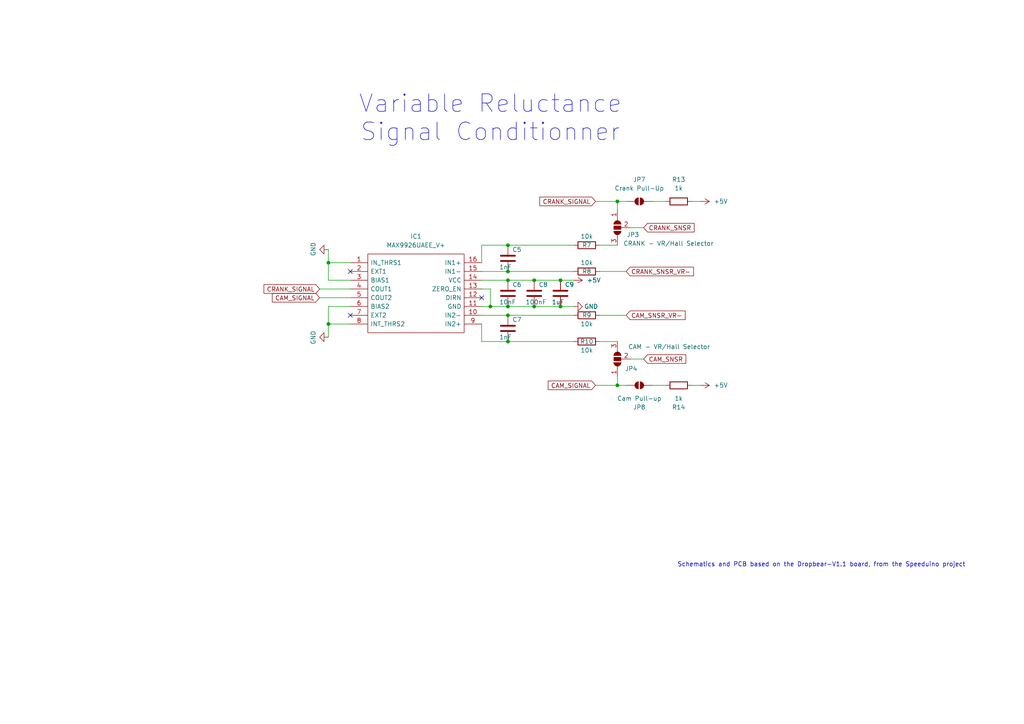
<source format=kicad_sch>
(kicad_sch (version 20231120) (generator "eeschema") (generator_version "8.0")
  (paper "A4")
  (lib_symbols
    (symbol "Device:C" (pin_numbers hide) (pin_names (offset 0.254))
      (property "Reference" "C" (at 0.635 2.54 0))
      (property "Value" "C" (at 0.635 -2.54 0))
      (symbol "C_0_1"
        (polyline (pts (xy -2.032 -0.762) (xy 2.032 -0.762)) (stroke (width 0.508)))
        (polyline (pts (xy -2.032 0.762) (xy 2.032 0.762)) (stroke (width 0.508)))
      )
      (symbol "C_1_1"
        (pin passive line (at 0 3.81 270) (length 2.794) (name "~") (number "1"))
        (pin passive line (at 0 -3.81 90) (length 2.794) (name "~") (number "2"))
      )
    )
    (symbol "Device:R" (pin_numbers hide) (pin_names (offset 0))
      (property "Reference" "R" (at 2.032 0 90))
      (property "Value" "R" (at 0 0 90))
      (symbol "R_0_1"
        (rectangle (start -1.016 -2.54) (end 1.016 2.54) (stroke (width 0.254)))
      )
      (symbol "R_1_1"
        (pin passive line (at 0 3.81 270) (length 1.27) (name "~") (number "1"))
        (pin passive line (at 0 -3.81 90) (length 1.27) (name "~") (number "2"))
      )
    )
    (symbol "Jumper:SolderJumper_2_Open" (pin_numbers hide) (pin_names (offset 0) hide) (exclude_from_sim yes) (in_bom no)
      (property "Reference" "JP" (at 0 2.032 0))
      (property "Value" "SolderJumper_2_Open" (at 0 -2.54 0))
      (symbol "SolderJumper_2_Open_0_1"
        (arc (start -0.254 1.016) (mid -1.2656 0) (end -0.254 -1.016))
        (arc (start -0.254 1.016) (mid -1.2656 0) (end -0.254 -1.016) (fill (type outline)))
        (polyline (pts (xy -0.254 1.016) (xy -0.254 -1.016)))
        (polyline (pts (xy 0.254 1.016) (xy 0.254 -1.016)))
        (arc (start 0.254 -1.016) (mid 1.2656 0) (end 0.254 1.016))
        (arc (start 0.254 -1.016) (mid 1.2656 0) (end 0.254 1.016) (fill (type outline)))
      )
      (symbol "SolderJumper_2_Open_1_1"
        (pin passive line (at -3.81 0 0) (length 2.54) (name "A") (number "1"))
        (pin passive line (at 3.81 0 180) (length 2.54) (name "B") (number "2"))
      )
    )
    (symbol "Jumper:SolderJumper_3_Open" (pin_names (offset 0) hide) (exclude_from_sim yes) (in_bom no)
      (property "Reference" "JP" (at -2.54 -2.54 0))
      (property "Value" "SolderJumper_3_Open" (at 0 2.794 0))
      (symbol "SolderJumper_3_Open_0_1"
        (arc (start -1.016 1.016) (mid -2.0276 0) (end -1.016 -1.016))
        (arc (start -1.016 1.016) (mid -2.0276 0) (end -1.016 -1.016) (fill (type outline)))
        (rectangle (start -0.508 1.016) (end 0.508 -1.016) (fill (type outline)))
        (polyline (pts (xy -2.54 0) (xy -2.032 0)))
        (polyline (pts (xy -1.016 1.016) (xy -1.016 -1.016)))
        (polyline (pts (xy 0 -1.27) (xy 0 -1.016)))
        (polyline (pts (xy 1.016 1.016) (xy 1.016 -1.016)))
        (polyline (pts (xy 2.54 0) (xy 2.032 0)))
        (arc (start 1.016 -1.016) (mid 2.0276 0) (end 1.016 1.016))
        (arc (start 1.016 -1.016) (mid 2.0276 0) (end 1.016 1.016) (fill (type outline)))
      )
      (symbol "SolderJumper_3_Open_1_1"
        (pin passive line (at -5.08 0 0) (length 2.54) (name "A") (number "1"))
        (pin passive line (at 0 -3.81 90) (length 2.54) (name "C") (number "2"))
        (pin passive line (at 5.08 0 180) (length 2.54) (name "B") (number "3"))
      )
    )
    (symbol "Speeduino_Bike_Prototype:MAX9926UAEE_V+" (pin_names (offset 0.762))
      (property "Reference" "IC" (at -0.762 15.494 0))
      (property "Value" "MAX9926UAEE_V+" (at -7.366 13.208 0))
      (symbol "MAX9926UAEE_V+_0_0"
        (pin input line (at -19.05 8.89 0) (length 5.08) (name "IN_THRS1") (number "1"))
        (pin input line (at 19.05 -6.35 180) (length 5.08) (name "IN2-") (number "10"))
        (pin power_in line (at 19.05 -3.81 180) (length 5.08) (name "GND") (number "11"))
        (pin output line (at 19.05 -1.27 180) (length 5.08) (name "DIRN") (number "12"))
        (pin input line (at 19.05 1.27 180) (length 5.08) (name "ZERO_EN") (number "13"))
        (pin power_in line (at 19.05 3.81 180) (length 5.08) (name "VCC") (number "14"))
        (pin input line (at 19.05 6.35 180) (length 5.08) (name "IN1-") (number "15"))
        (pin input line (at 19.05 8.89 180) (length 5.08) (name "IN1+") (number "16"))
        (pin input line (at -19.05 6.35 0) (length 5.08) (name "EXT1") (number "2"))
        (pin input line (at -19.05 3.81 0) (length 5.08) (name "BIAS1") (number "3"))
        (pin output line (at -19.05 1.27 0) (length 5.08) (name "COUT1") (number "4"))
        (pin output line (at -19.05 -1.27 0) (length 5.08) (name "COUT2") (number "5"))
        (pin input line (at -19.05 -3.81 0) (length 5.08) (name "BIAS2") (number "6"))
        (pin input line (at -19.05 -6.35 0) (length 5.08) (name "EXT2") (number "7"))
        (pin input line (at -19.05 -8.89 0) (length 5.08) (name "INT_THRS2") (number "8"))
        (pin input line (at 19.05 -8.89 180) (length 5.08) (name "IN2+") (number "9"))
      )
      (symbol "MAX9926UAEE_V+_0_1"
        (polyline (pts (xy -13.97 11.43) (xy 13.97 11.43) (xy 13.97 -11.43) (xy -13.97 -11.43) (xy -13.97 11.43)) (stroke (width 0.1524)))
      )
    )
    (symbol "power:+5V" (power) (pin_names (offset 0))
      (property "Value" "+5V" (at 0 3.556 0))
      (symbol "+5V_0_1"
        (polyline (pts (xy -0.762 1.27) (xy 0 2.54)))
        (polyline (pts (xy 0 0) (xy 0 2.54)))
        (polyline (pts (xy 0 2.54) (xy 0.762 1.27)))
      )
      (symbol "+5V_1_1"
        (pin power_in line (at 0 0 90) (length 0) hide (name "+5V") (number "1"))
      )
    )
    (symbol "power:GND" (power) (pin_names (offset 0))
      (property "Value" "GND" (at 0 -3.81 0))
      (symbol "GND_0_1"
        (polyline (pts (xy 0 0) (xy 0 -1.27) (xy 1.27 -1.27) (xy 0 -2.54) (xy -1.27 -1.27) (xy 0 -1.27)))
      )
      (symbol "GND_1_1"
        (pin power_in line (at 0 0 270) (length 0) hide (name "GND") (number "1"))
      )
    )
  )
  (junction (at 162.56 88.9))
  (junction (at 147.32 91.44))
  (junction (at 147.32 78.74))
  (junction (at 147.32 99.06))
  (junction (at 142.24 88.9))
  (junction (at 147.32 71.12))
  (junction (at 179.07 58.42))
  (junction (at 154.94 81.28))
  (junction (at 154.94 88.9))
  (junction (at 95.25 76.2))
  (junction (at 179.07 111.76))
  (junction (at 147.32 88.9))
  (junction (at 95.25 93.98))
  (junction (at 147.32 81.28))
  (junction (at 162.56 81.28))
  (no_connect (at 101.6 78.74))
  (no_connect (at 101.6 91.44))
  (no_connect (at 139.7 86.36))
  (wire (pts (xy 101.6 81.28) (xy 95.25 81.28)))
  (wire (pts (xy 173.99 71.12) (xy 179.07 71.12)))
  (wire (pts (xy 179.07 109.22) (xy 179.07 111.76)))
  (wire (pts (xy 154.94 81.28) (xy 147.32 81.28)))
  (wire (pts (xy 179.07 60.96) (xy 179.07 58.42)))
  (wire (pts (xy 166.37 91.44) (xy 147.32 91.44)))
  (wire (pts (xy 189.23 58.42) (xy 193.04 58.42)))
  (wire (pts (xy 166.37 99.06) (xy 147.32 99.06)))
  (wire (pts (xy 95.25 93.98) (xy 101.6 93.98)))
  (wire (pts (xy 166.37 88.9) (xy 162.56 88.9)))
  (wire (pts (xy 166.37 81.28) (xy 162.56 81.28)))
  (wire (pts (xy 147.32 88.9) (xy 142.24 88.9)))
  (wire (pts (xy 179.07 58.42) (xy 172.72 58.42)))
  (wire (pts (xy 179.07 58.42) (xy 181.61 58.42)))
  (wire (pts (xy 162.56 81.28) (xy 154.94 81.28)))
  (wire (pts (xy 172.72 111.76) (xy 179.07 111.76)))
  (wire (pts (xy 179.07 111.76) (xy 181.61 111.76)))
  (wire (pts (xy 95.25 72.39) (xy 95.25 76.2)))
  (wire (pts (xy 95.25 76.2) (xy 101.6 76.2)))
  (wire (pts (xy 200.66 111.76) (xy 203.2 111.76)))
  (wire (pts (xy 162.56 88.9) (xy 154.94 88.9)))
  (wire (pts (xy 147.32 91.44) (xy 139.7 91.44)))
  (wire (pts (xy 200.66 58.42) (xy 203.2 58.42)))
  (wire (pts (xy 139.7 83.82) (xy 142.24 83.82)))
  (wire (pts (xy 92.71 86.36) (xy 101.6 86.36)))
  (wire (pts (xy 166.37 78.74) (xy 147.32 78.74)))
  (wire (pts (xy 173.99 91.44) (xy 181.61 91.44)))
  (wire (pts (xy 95.25 88.9) (xy 95.25 93.98)))
  (wire (pts (xy 95.25 81.28) (xy 95.25 76.2)))
  (wire (pts (xy 101.6 88.9) (xy 95.25 88.9)))
  (wire (pts (xy 139.7 99.06) (xy 139.7 93.98)))
  (wire (pts (xy 139.7 71.12) (xy 139.7 76.2)))
  (wire (pts (xy 154.94 88.9) (xy 147.32 88.9)))
  (wire (pts (xy 92.71 83.82) (xy 101.6 83.82)))
  (wire (pts (xy 95.25 97.79) (xy 95.25 93.98)))
  (wire (pts (xy 147.32 78.74) (xy 139.7 78.74)))
  (wire (pts (xy 142.24 83.82) (xy 142.24 88.9)))
  (wire (pts (xy 182.88 66.04) (xy 186.69 66.04)))
  (wire (pts (xy 182.88 104.14) (xy 186.69 104.14)))
  (wire (pts (xy 147.32 81.28) (xy 139.7 81.28)))
  (wire (pts (xy 147.32 99.06) (xy 139.7 99.06)))
  (wire (pts (xy 142.24 88.9) (xy 139.7 88.9)))
  (wire (pts (xy 189.23 111.76) (xy 193.04 111.76)))
  (wire (pts (xy 173.99 78.74) (xy 181.61 78.74)))
  (wire (pts (xy 173.99 99.06) (xy 179.07 99.06)))
  (wire (pts (xy 166.37 71.12) (xy 147.32 71.12)))
  (wire (pts (xy 147.32 71.12) (xy 139.7 71.12)))
  (text "Schematics and PCB based on the Dropbear-V1.1 board, from the Speeduino project" (at 238.252 163.83 0) (effects (font (size 1.27 1.27))))
  (text "Variable Reluctance\nSignal Conditionner" (at 142.24 34.29 0) (effects (font (size 5.08 5.08))))
  (global_label "CAM_SIGNAL" (shape input) (at 172.72 111.76 180) (property "Intersheetrefs" "${INTERSHEET_REFS}" (effects (hide yes))))
  (global_label "CAM_SNSR_VR-" (shape input) (at 181.61 91.44 0) (property "Intersheetrefs" "${INTERSHEET_REFS}" (effects (hide yes))))
  (global_label "CRANK_SIGNAL" (shape input) (at 92.71 83.82 180) (property "Intersheetrefs" "${INTERSHEET_REFS}" (effects (hide yes))))
  (global_label "CAM_SIGNAL" (shape input) (at 92.71 86.36 180) (property "Intersheetrefs" "${INTERSHEET_REFS}" (effects (hide yes))))
  (global_label "CAM_SNSR" (shape input) (at 186.69 104.14 0) (property "Intersheetrefs" "${INTERSHEET_REFS}" (effects (hide yes))))
  (global_label "CRANK_SIGNAL" (shape input) (at 172.72 58.42 180) (property "Intersheetrefs" "${INTERSHEET_REFS}" (effects (hide yes))))
  (global_label "CRANK_SNSR_VR-" (shape input) (at 181.61 78.74 0) (property "Intersheetrefs" "${INTERSHEET_REFS}" (effects (hide yes))))
  (global_label "CRANK_SNSR" (shape input) (at 186.69 66.04 0) (property "Intersheetrefs" "${INTERSHEET_REFS}" (effects (hide yes))))
  (symbol (lib_id "power:+5V") (at 166.37 81.28 270) (unit 1)
    (property "Reference" "#PWR021" (effects (hide yes)))
    (property "Value" "+5V" (at 170.18 81.28 90) (effects (justify left)))
  )
  (symbol (lib_id "Device:C") (at 147.32 85.09 0) (unit 1)
    (property "Reference" "C6" (at 148.59 82.55 0) (effects (justify left)))
    (property "Value" "10nF" (at 144.78 87.63 0) (effects (justify left)))
    (property "Footprint" "Capacitor_SMD:C_0805_2012Metric_Pad1.18x1.45mm_HandSolder" (effects (hide yes)))
    (property "Digikey Part Number" "311-1136-1-ND" (effects (hide yes)))
    (property "Manufacturer_Name" "Yageo" (effects (hide yes)))
    (property "Manufacturer_Part_Number" "CC0805KRX7R9BB103" (effects (hide yes)))
    (property "URL" "https://www.digikey.com/product-detail/en/yageo/CC0805KRX7R9BB103/311-1136-1-ND/303046" (effects (hide yes)))
  )
  (symbol (lib_id "Device:C") (at 147.32 74.93 0) (unit 1)
    (property "Reference" "C5" (at 148.59 72.39 0) (effects (justify left)))
    (property "Value" "1nF" (at 144.78 77.47 0) (effects (justify left)))
    (property "Footprint" "Capacitor_SMD:C_0805_2012Metric_Pad1.18x1.45mm_HandSolder" (effects (hide yes)))
    (property "Digikey Part Number" "399-16591-1-ND" (effects (hide yes)))
    (property "Manufacturer_Name" "Kemet" (effects (hide yes)))
    (property "Manufacturer_Part_Number" "C0805C102J5HACAUTO" (effects (hide yes)))
    (property "URL" "https://www.digikey.com/product-detail/en/kemet/C0805C102J5HACAUTO/399-16591-1-ND/7943643" (effects (hide yes)))
  )
  (symbol (lib_id "Device:R") (at 196.85 111.76 90) (mirror x) (unit 1)
    (property "Reference" "R14" (at 196.85 118.11 90))
    (property "Value" "1k" (at 196.85 115.57 90))
    (property "Footprint" "Resistor_SMD:R_0805_2012Metric_Pad1.20x1.40mm_HandSolder" (effects (hide yes)))
    (property "Description" "Resistor" (effects (hide yes)))
  )
  (symbol (lib_id "Device:R") (at 196.85 58.42 90) (unit 1)
    (property "Reference" "R13" (at 196.85 52.07 90))
    (property "Value" "1k" (at 196.85 54.61 90))
    (property "Footprint" "Resistor_SMD:R_0805_2012Metric_Pad1.20x1.40mm_HandSolder" (effects (hide yes)))
    (property "Description" "Resistor" (effects (hide yes)))
  )
  (symbol (lib_id "power:+5V") (at 203.2 58.42 270) (unit 1)
    (property "Reference" "#PWR029" (effects (hide yes)))
    (property "Value" "+5V" (at 207.01 58.42 90) (effects (justify left)))
  )
  (symbol (lib_id "Speeduino_Bike_Prototype:MAX9926UAEE_V+") (at 120.65 85.09 0) (unit 1)
    (property "Reference" "IC1" (at 120.65 68.58 0))
    (property "Value" "MAX9926UAEE_V+" (at 120.65 71.12 0))
    (property "Footprint" "Package_SO:QSOP-16_3.9x4.9mm_P0.635mm" (effects (hide yes)))
    (property "Datasheet" "https://componentsearchengine.com/Datasheets/1/MAX9926UAEE_V+.pdf" (effects (hide yes)))
    (property "Description" "Sensor Interface Variable-Reluctance Sensor Interface" (effects (hide yes)))
    (property "Height" "1.75" (effects (hide yes)))
    (property "Manufacturer_Name" "Maxim Integrated" (effects (hide yes)))
    (property "Manufacturer_Part_Number" "MAX9926UAEE/V+" (effects (hide yes)))
    (property "Mouser Part Number" "700-MAX9926UAEE/V+" (effects (hide yes)))
    (property "Mouser Price/Stock" "https://www.mouser.com/Search/Refine.aspx?Keyword=700-MAX9926UAEE%2FV%2B" (effects (hide yes)))
  )
  (symbol (lib_id "power:GND") (at 95.25 72.39 270) (mirror x) (unit 1)
    (property "Reference" "#PWR019" (effects (hide yes)))
    (property "Value" "GND" (at 90.8558 72.263 0))
  )
  (symbol (lib_id "Jumper:SolderJumper_3_Open") (at 179.07 104.14 90) (unit 1) (exclude_from_sim yes) (in_bom no)
    (property "Reference" "JP4" (at 184.912 106.934 90) (effects (justify left)))
    (property "Value" "CAM - VR/Hall Selector" (at 205.994 100.584 90) (effects (justify left)))
    (property "Footprint" "Jumper:SolderJumper-3_P1.3mm_Open_RoundedPad1.0x1.5mm" (effects (hide yes)))
    (property "Description" "Solder Jumper, 3-pole, open" (effects (hide yes)))
  )
  (symbol (lib_id "Device:C") (at 147.32 95.25 0) (unit 1)
    (property "Reference" "C7" (at 148.59 92.71 0) (effects (justify left)))
    (property "Value" "1nF" (at 144.78 97.79 0) (effects (justify left)))
    (property "Footprint" "Capacitor_SMD:C_0805_2012Metric_Pad1.18x1.45mm_HandSolder" (effects (hide yes)))
    (property "Digikey Part Number" "399-16591-1-ND" (effects (hide yes)))
    (property "Manufacturer_Name" "Kemet" (effects (hide yes)))
    (property "Manufacturer_Part_Number" "C0805C102J5HACAUTO" (effects (hide yes)))
    (property "URL" "https://www.digikey.com/product-detail/en/kemet/C0805C102J5HACAUTO/399-16591-1-ND/7943643" (effects (hide yes)))
  )
  (symbol (lib_id "Device:R") (at 170.18 78.74 270) (unit 1)
    (property "Reference" "R8" (at 170.18 78.74 90))
    (property "Value" "10k" (at 170.18 76.2 90))
    (property "Footprint" "Resistor_SMD:R_0805_2012Metric_Pad1.20x1.40mm_HandSolder" (effects (hide yes)))
    (property "Digikey Part Number" "13-RC1206FR-7W10KLTR-ND" (effects (hide yes)))
    (property "Manufacturer_Name" "Yageo" (effects (hide yes)))
    (property "Manufacturer_Part_Number" "RC1206FR-7W10KL" (effects (hide yes)))
    (property "URL" "https://www.digikey.com/en/products/detail/yageo/RC1206FR-7W10KL/12698813" (effects (hide yes)))
  )
  (symbol (lib_id "Device:R") (at 170.18 99.06 270) (unit 1)
    (property "Reference" "R10" (at 170.18 99.06 90))
    (property "Value" "10k" (at 170.18 101.6 90))
    (property "Footprint" "Resistor_SMD:R_0805_2012Metric_Pad1.20x1.40mm_HandSolder" (effects (hide yes)))
    (property "Digikey Part Number" "13-RC1206FR-7W10KLTR-ND" (effects (hide yes)))
    (property "Manufacturer_Name" "Yageo" (effects (hide yes)))
    (property "Manufacturer_Part_Number" "RC1206FR-7W10KL" (effects (hide yes)))
    (property "URL" "https://www.digikey.com/en/products/detail/yageo/RC1206FR-7W10KL/12698813" (effects (hide yes)))
  )
  (symbol (lib_id "Device:C") (at 154.94 85.09 0) (unit 1)
    (property "Reference" "C8" (at 156.21 82.55 0) (effects (justify left)))
    (property "Value" "100nF" (at 152.4 87.63 0) (effects (justify left)))
    (property "Footprint" "Capacitor_SMD:C_0805_2012Metric_Pad1.18x1.45mm_HandSolder" (effects (hide yes)))
    (property "Digikey Part Number" "311-1140-1-ND" (effects (hide yes)))
    (property "Manufacturer_Name" "Yageo" (effects (hide yes)))
    (property "Manufacturer_Part_Number" "CC0805KRX7R9BB104" (effects (hide yes)))
    (property "URL" "https://www.digikey.com.au/product-detail/en/yageo/CC0805KRX7R9BB104/311-1140-1-ND/303050" (effects (hide yes)))
  )
  (symbol (lib_id "Device:R") (at 170.18 91.44 270) (unit 1)
    (property "Reference" "R9" (at 170.18 91.44 90))
    (property "Value" "10k" (at 170.18 93.98 90))
    (property "Footprint" "Resistor_SMD:R_0805_2012Metric_Pad1.20x1.40mm_HandSolder" (effects (hide yes)))
    (property "Digikey Part Number" "13-RC1206FR-7W10KLTR-ND" (effects (hide yes)))
    (property "Manufacturer_Name" "Yageo" (effects (hide yes)))
    (property "Manufacturer_Part_Number" "RC1206FR-7W10KL" (effects (hide yes)))
    (property "URL" "https://www.digikey.com/en/products/detail/yageo/RC1206FR-7W10KL/12698813" (effects (hide yes)))
  )
  (symbol (lib_id "Jumper:SolderJumper_2_Open") (at 185.42 111.76 0) (unit 1) (exclude_from_sim yes) (in_bom no)
    (property "Reference" "JP8" (at 185.42 118.11 0))
    (property "Value" "Cam Pull-up" (at 185.42 115.57 0))
    (property "Footprint" "Jumper:SolderJumper-2_P1.3mm_Open_RoundedPad1.0x1.5mm" (effects (hide yes)))
    (property "Description" "Solder Jumper, 2-pole, open" (effects (hide yes)))
  )
  (symbol (lib_id "Device:R") (at 170.18 71.12 270) (unit 1)
    (property "Reference" "R7" (at 170.18 71.12 90))
    (property "Value" "10k" (at 170.18 68.58 90))
    (property "Footprint" "Resistor_SMD:R_0805_2012Metric_Pad1.20x1.40mm_HandSolder" (effects (hide yes)))
    (property "Digikey Part Number" "13-RC1206FR-7W10KLTR-ND" (effects (hide yes)))
    (property "Manufacturer_Name" "Yageo" (effects (hide yes)))
    (property "Manufacturer_Part_Number" "RC1206FR-7W10KL" (effects (hide yes)))
    (property "URL" "https://www.digikey.com/en/products/detail/yageo/RC1206FR-7W10KL/12698813" (effects (hide yes)))
  )
  (symbol (lib_id "Jumper:SolderJumper_3_Open") (at 179.07 66.04 90) (mirror x) (unit 1) (exclude_from_sim yes) (in_bom no)
    (property "Reference" "JP3" (at 185.42 68.072 90) (effects (justify left)))
    (property "Value" "CRANK - VR/Hall Selector" (at 207.01 70.612 90) (effects (justify left)))
    (property "Footprint" "Jumper:SolderJumper-3_P1.3mm_Open_RoundedPad1.0x1.5mm" (effects (hide yes)))
    (property "Description" "Solder Jumper, 3-pole, open" (effects (hide yes)))
  )
  (symbol (lib_id "power:GND") (at 166.37 88.9 90) (mirror x) (unit 1)
    (property "Reference" "#PWR022" (effects (hide yes)))
    (property "Value" "GND" (at 171.45 88.9 90))
  )
  (symbol (lib_id "power:GND") (at 95.25 97.79 270) (unit 1)
    (property "Reference" "#PWR020" (effects (hide yes)))
    (property "Value" "GND" (at 90.8558 97.917 0))
  )
  (symbol (lib_id "Jumper:SolderJumper_2_Open") (at 185.42 58.42 0) (unit 1) (exclude_from_sim yes) (in_bom no)
    (property "Reference" "JP7" (at 185.42 52.07 0))
    (property "Value" "Crank Pull-Up" (at 185.42 54.61 0))
    (property "Footprint" "Jumper:SolderJumper-2_P1.3mm_Open_RoundedPad1.0x1.5mm" (effects (hide yes)))
    (property "Description" "Solder Jumper, 2-pole, open" (effects (hide yes)))
  )
  (symbol (lib_id "power:+5V") (at 203.2 111.76 270) (unit 1)
    (property "Reference" "#PWR028" (effects (hide yes)))
    (property "Value" "+5V" (at 207.01 111.76 90) (effects (justify left)))
  )
  (symbol (lib_id "Device:C") (at 162.56 85.09 0) (unit 1)
    (property "Reference" "C9" (at 163.83 82.55 0) (effects (justify left)))
    (property "Value" "1uF" (at 160.02 87.63 0) (effects (justify left)))
    (property "Footprint" "Capacitor_SMD:C_0805_2012Metric_Pad1.18x1.45mm_HandSolder" (effects (hide yes)))
    (property "Digikey Part Number" "311-1365-1-ND" (effects (hide yes)))
    (property "Manufacturer_Name" "Yageo" (effects (hide yes)))
    (property "Manufacturer_Part_Number" "CC0805KKX7R7BB105" (effects (hide yes)))
    (property "URL" "https://www.digikey.com/product-detail/en/yageo/CC0805KKX7R7BB105/311-1365-1-ND/2103149" (effects (hide yes)))
  )
)
</source>
